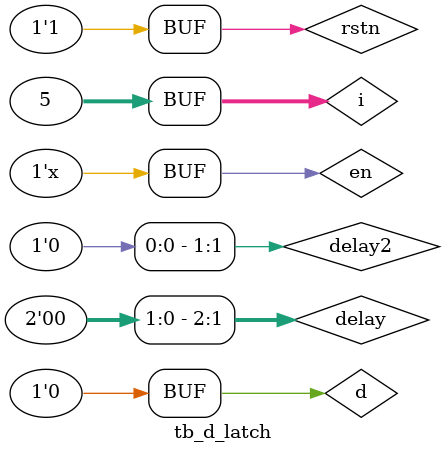
<source format=sv>
/**
D latch
- truth table
    E D Q Qn
    0 0 Q Qn (latch previous value)
    0 1 Q Qn (latch previous value)
    1 0 0 1
    1 1 1 0

    E (en): 
    - 1: enable D to go to Q
    - 0: latch Q/Qn values
    D (data)
    Q (output)
    Qn (output compliment)

- tb output
    # KERNEL: [                   0] en=0 d=0 q=0
    # KERNEL: [                  11] en=1 d=0 q=0 (q <= d)
    # KERNEL: [                  18] en=0 d=0 q=0
    # KERNEL: [                  19] en=0 d=1 q=0
    # KERNEL: [                  20] en=1 d=1 q=1 (q <= d)
    # KERNEL: [                  25] en=1 d=0 q=0 (q <= d)
    # KERNEL: [                  27] en=0 d=0 q=0
    # KERNEL: [                  32] en=0 d=1 q=0
    # KERNEL: [                  33] en=1 d=1 q=1 (q <= d)
    # KERNEL: [                  34] en=1 d=0 q=0 (q <= d)
**/

module d_latch (
    input d, 
    input en, 
    input rstn, 
    output reg q
);
    always @ (en or rstn or d) begin
        if (!rstn)
            q <= 0;
        else begin
            if (en)
                q <= d;
        end
    end
endmodule

module tb_d_latch;
    reg d;
    reg en;
    reg rstn;
    reg q;
    reg [2:0] delay;
    reg [1:0] delay2;
    integer i;

    d_latch dl0 (.d (d), .en (en), .rstn (rstn), .q (q));

    initial begin
        $dumpfile("dump.vcd"); $dumpvars;
      	$monitor ("[%t] en=%0b d=%0b q=%0b", $time, en, d, q);

        d <= 0;
        en <= 0;
        rstn <= 0;

        #10 rstn <= 1;

        for (i = 0; i < 5; i++) begin
            delay = $random;
            delay2 = $random;
          	#(delay2) en <= ~en;
            #(delay) d <= i;
        end
    end
endmodule
</source>
